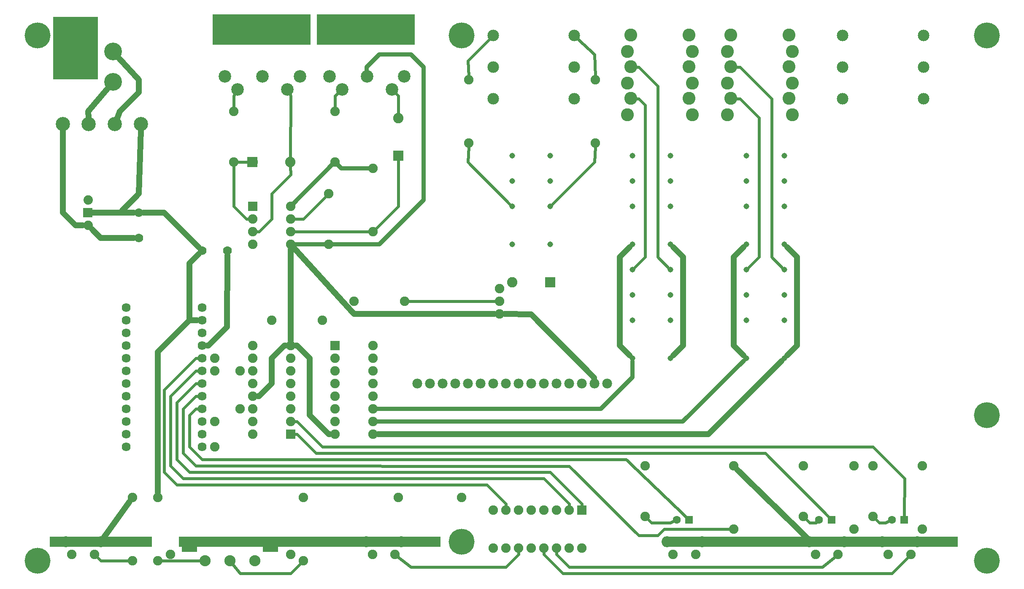
<source format=gbl>
G04 MADE WITH FRITZING*
G04 WWW.FRITZING.ORG*
G04 DOUBLE SIDED*
G04 HOLES PLATED*
G04 CONTOUR ON CENTER OF CONTOUR VECTOR*
%ASAXBY*%
%FSLAX23Y23*%
%MOIN*%
%OFA0B0*%
%SFA1.0B1.0*%
%ADD10C,0.075000*%
%ADD11C,0.039370*%
%ADD12C,0.070361*%
%ADD13C,0.078000*%
%ADD14C,0.112000*%
%ADD15C,0.074000*%
%ADD16C,0.070000*%
%ADD17C,0.204725*%
%ADD18C,0.082000*%
%ADD19C,0.102362*%
%ADD20C,0.091417*%
%ADD21C,0.045000*%
%ADD22C,0.140000*%
%ADD23C,0.099060*%
%ADD24C,0.087000*%
%ADD25C,0.088000*%
%ADD26C,0.123000*%
%ADD27C,0.062992*%
%ADD28R,2.322830X0.078740*%
%ADD29R,2.066670X0.078740*%
%ADD30R,0.805556X0.078740*%
%ADD31R,0.075000X0.075000*%
%ADD32R,0.355556X0.494444*%
%ADD33R,0.777952X0.244488*%
%ADD34R,0.777778X0.244444*%
%ADD35R,0.082000X0.082000*%
%ADD36R,0.123000X0.123000*%
%ADD37R,0.062992X0.062992*%
%ADD38C,0.024000*%
%ADD39C,0.048000*%
%ADD40C,0.032000*%
%ADD41R,0.001000X0.001000*%
%LNCOPPER0*%
G90*
G70*
G54D10*
X1573Y1690D03*
X1773Y1690D03*
X1573Y1790D03*
X1773Y1390D03*
X1573Y1090D03*
X1223Y240D03*
X1573Y1290D03*
X2173Y240D03*
G54D11*
X2623Y340D03*
G54D10*
X4473Y590D03*
X4473Y290D03*
X4373Y590D03*
X4373Y290D03*
X4273Y590D03*
X4273Y290D03*
X4173Y590D03*
X4173Y290D03*
X4073Y590D03*
X4073Y290D03*
X3973Y590D03*
X3973Y290D03*
X3873Y590D03*
X3873Y290D03*
X3773Y590D03*
X3773Y290D03*
X2023Y2090D03*
X2423Y2090D03*
G54D12*
X873Y2190D03*
X873Y2090D03*
X873Y1990D03*
X873Y1890D03*
X873Y1790D03*
X873Y1690D03*
X873Y1590D03*
X873Y1490D03*
X873Y1390D03*
X873Y1290D03*
X873Y1190D03*
X873Y1090D03*
X1473Y2190D03*
X1473Y2090D03*
X1473Y1990D03*
X1473Y1890D03*
X1473Y1790D03*
X1473Y1690D03*
X1473Y1590D03*
X1473Y1490D03*
X1473Y1390D03*
X1473Y1290D03*
X1473Y1190D03*
X1473Y1090D03*
G54D13*
X4475Y1590D03*
X4375Y1590D03*
X4275Y1590D03*
X4175Y1590D03*
X4075Y1590D03*
X3975Y1590D03*
X3875Y1590D03*
X3775Y1590D03*
X3675Y1590D03*
X3575Y1590D03*
X3475Y1590D03*
X3375Y1590D03*
X3275Y1590D03*
X3175Y1590D03*
X4675Y1590D03*
X4575Y1590D03*
G54D10*
X2173Y1190D03*
X1873Y1190D03*
X2173Y1290D03*
X1873Y1290D03*
X2173Y1390D03*
X1873Y1390D03*
X2173Y1490D03*
X1873Y1490D03*
X2173Y1590D03*
X1873Y1590D03*
X2173Y1690D03*
X1873Y1690D03*
X2173Y1790D03*
X1873Y1790D03*
X2173Y1890D03*
X1873Y1890D03*
X2523Y1890D03*
X2823Y1890D03*
X2523Y1790D03*
X2823Y1790D03*
X2523Y1690D03*
X2823Y1690D03*
X2523Y1590D03*
X2823Y1590D03*
X2523Y1490D03*
X2823Y1490D03*
X2523Y1390D03*
X2823Y1390D03*
X2523Y1290D03*
X2823Y1290D03*
X2523Y1190D03*
X2823Y1190D03*
X6623Y940D03*
X6623Y440D03*
G54D14*
X373Y3640D03*
X579Y3640D03*
X785Y3640D03*
X991Y3640D03*
G54D15*
X573Y2840D03*
X573Y2940D03*
X573Y3040D03*
G54D16*
X1473Y2640D03*
X1673Y2640D03*
X973Y2940D03*
X973Y2740D03*
G54D17*
X3523Y4340D03*
G54D18*
X3023Y3390D03*
X3023Y3688D03*
G54D19*
X4860Y4343D03*
X4860Y4093D03*
X4860Y3843D03*
X5321Y4343D03*
X5321Y4093D03*
X5321Y3843D03*
X4833Y4215D03*
X4833Y3965D03*
X4833Y3715D03*
X5348Y4215D03*
X5348Y3965D03*
X5348Y3715D03*
G54D20*
X3773Y4340D03*
X4413Y4340D03*
X3773Y4090D03*
X4413Y4090D03*
X3773Y3840D03*
X4413Y3840D03*
G54D21*
X5173Y2990D03*
X4873Y3390D03*
X4873Y3190D03*
X4873Y2990D03*
X4873Y2690D03*
X5173Y2690D03*
X5173Y3190D03*
X5173Y3390D03*
X5173Y2090D03*
X4873Y2490D03*
X4873Y2290D03*
X4873Y2090D03*
X4873Y1790D03*
X5173Y1790D03*
X5173Y2290D03*
X5173Y2490D03*
X4223Y2990D03*
X3923Y3390D03*
X3923Y3190D03*
X3923Y2990D03*
X3923Y2690D03*
X4223Y2690D03*
X4223Y3190D03*
X4223Y3390D03*
G54D10*
X1723Y3740D03*
X1723Y3340D03*
G54D18*
X1873Y3340D03*
X2171Y3340D03*
G54D10*
X2823Y3290D03*
X2823Y2790D03*
X2473Y2690D03*
X2473Y3090D03*
X2523Y3740D03*
X2523Y3340D03*
G54D22*
X770Y3973D03*
X770Y4213D03*
X580Y4093D03*
G54D10*
X1873Y2990D03*
X2173Y2990D03*
X1873Y2890D03*
X2173Y2890D03*
X1873Y2790D03*
X2173Y2790D03*
X1873Y2690D03*
X2173Y2690D03*
G54D23*
X3072Y4017D03*
X2973Y3915D03*
X2777Y4017D03*
X2580Y3915D03*
X2481Y4017D03*
X2973Y4422D03*
X2580Y4422D03*
X2247Y4017D03*
X2148Y3915D03*
X1952Y4017D03*
X1755Y3915D03*
X1656Y4017D03*
X2148Y4422D03*
X1755Y4422D03*
G54D10*
X3581Y3490D03*
X3581Y3990D03*
X4581Y3490D03*
X4581Y3990D03*
X3823Y2340D03*
X3823Y2240D03*
X3823Y2140D03*
X2673Y2240D03*
X3073Y2240D03*
G54D18*
X4223Y2390D03*
X3925Y2390D03*
G54D17*
X173Y4340D03*
X173Y190D03*
X7673Y190D03*
X7673Y1340D03*
X7673Y4340D03*
G54D19*
X5651Y4343D03*
X5651Y4093D03*
X5651Y3843D03*
X6112Y4343D03*
X6112Y4093D03*
X6112Y3843D03*
X5623Y4215D03*
X5623Y3965D03*
X5623Y3715D03*
X6139Y4215D03*
X6139Y3965D03*
X6139Y3715D03*
G54D20*
X6534Y4340D03*
X7173Y4340D03*
X6534Y4090D03*
X7173Y4090D03*
X6534Y3840D03*
X7173Y3840D03*
G54D21*
X6073Y2990D03*
X5773Y3390D03*
X5773Y3190D03*
X5773Y2990D03*
X5773Y2690D03*
X6073Y2690D03*
X6073Y3190D03*
X6073Y3390D03*
X6073Y2090D03*
X5773Y2490D03*
X5773Y2290D03*
X5773Y2090D03*
X5773Y1790D03*
X6073Y1790D03*
X6073Y2290D03*
X6073Y2490D03*
G54D17*
X3523Y340D03*
G54D10*
X2998Y240D03*
X2821Y240D03*
G54D24*
X3048Y339D03*
X2772Y339D03*
G54D25*
X1498Y190D03*
X1695Y190D03*
X1892Y190D03*
G54D26*
X1374Y321D03*
X2016Y321D03*
G54D10*
X623Y240D03*
X446Y240D03*
G54D24*
X673Y339D03*
X397Y339D03*
G54D10*
X1123Y190D03*
X1123Y690D03*
X2273Y190D03*
X2273Y690D03*
X3523Y690D03*
X3023Y690D03*
X923Y190D03*
X923Y690D03*
X6498Y240D03*
X6321Y240D03*
G54D24*
X6548Y339D03*
X6272Y339D03*
G54D10*
X7073Y240D03*
X6896Y240D03*
G54D24*
X7123Y339D03*
X6847Y339D03*
G54D27*
X6447Y515D03*
X6348Y515D03*
X7022Y515D03*
X6923Y515D03*
G54D10*
X6773Y940D03*
X6773Y540D03*
X6223Y940D03*
X6223Y540D03*
X7165Y940D03*
X7165Y440D03*
X5373Y240D03*
X5196Y240D03*
G54D24*
X5423Y339D03*
X5147Y339D03*
G54D27*
X5322Y515D03*
X5223Y515D03*
G54D10*
X4973Y940D03*
X4973Y540D03*
X5673Y440D03*
X5673Y940D03*
G54D28*
X6286Y340D03*
G54D29*
X2323Y340D03*
G54D30*
X673Y340D03*
G54D31*
X4473Y590D03*
G54D32*
X473Y4240D03*
G54D33*
X1944Y4388D03*
G54D34*
X2768Y4388D03*
G54D31*
X2173Y1190D03*
X2523Y1890D03*
G54D35*
X3023Y3389D03*
X1872Y3340D03*
G54D31*
X1873Y2990D03*
G54D35*
X4224Y2390D03*
G54D36*
X1374Y321D03*
X2016Y321D03*
G54D37*
X6447Y515D03*
X7022Y515D03*
X5322Y515D03*
G54D38*
X2173Y90D02*
X2253Y170D01*
D02*
X1773Y90D02*
X2173Y90D01*
D02*
X1717Y162D02*
X1773Y90D01*
G54D39*
D02*
X698Y374D02*
X900Y658D01*
D02*
X6251Y374D02*
X5702Y912D01*
G54D38*
D02*
X2323Y340D02*
X2605Y340D01*
G54D39*
D02*
X4572Y1638D02*
X4075Y2138D01*
D02*
X4075Y2138D02*
X3863Y2140D01*
D02*
X4572Y1631D02*
X4572Y1638D01*
G54D38*
D02*
X6428Y534D02*
X5923Y1040D01*
D02*
X5923Y1040D02*
X2373Y1040D01*
D02*
X2373Y1040D02*
X2223Y1190D01*
D02*
X2223Y1190D02*
X2202Y1190D01*
D02*
X7022Y542D02*
X7023Y840D01*
D02*
X7023Y840D02*
X6773Y1090D01*
D02*
X6773Y1090D02*
X2423Y1090D01*
D02*
X2423Y1090D02*
X2223Y1290D01*
D02*
X2223Y1290D02*
X2202Y1290D01*
G54D40*
D02*
X5754Y1771D02*
X5272Y1290D01*
D02*
X5272Y1290D02*
X2858Y1290D01*
D02*
X4623Y1390D02*
X2858Y1390D01*
D02*
X4875Y1642D02*
X4623Y1390D01*
D02*
X4874Y1763D02*
X4875Y1642D01*
G54D39*
D02*
X1123Y730D02*
X1123Y1840D01*
D02*
X1123Y1840D02*
X1373Y2090D01*
D02*
X1373Y2090D02*
X1433Y2090D01*
D02*
X5273Y2590D02*
X5197Y2667D01*
D02*
X5273Y1890D02*
X5273Y2590D01*
D02*
X5197Y1813D02*
X5273Y1890D01*
D02*
X1175Y2942D02*
X1011Y2940D01*
D02*
X1447Y2667D02*
X1175Y2942D01*
G54D38*
D02*
X7053Y220D02*
X6923Y90D01*
D02*
X4173Y240D02*
X4173Y261D01*
D02*
X4323Y90D02*
X4173Y240D01*
D02*
X6923Y90D02*
X4323Y90D01*
D02*
X4273Y240D02*
X4273Y261D01*
D02*
X4373Y140D02*
X4273Y240D01*
D02*
X6373Y140D02*
X4373Y140D01*
D02*
X6476Y222D02*
X6373Y140D01*
D02*
X3123Y140D02*
X3873Y140D01*
D02*
X3873Y140D02*
X3973Y240D01*
D02*
X3021Y222D02*
X3123Y140D01*
D02*
X3973Y240D02*
X3973Y261D01*
D02*
X1473Y990D02*
X1373Y1090D01*
D02*
X1373Y1090D02*
X1373Y1340D01*
D02*
X4823Y990D02*
X1473Y990D01*
D02*
X1423Y1390D02*
X1445Y1390D01*
D02*
X1373Y1340D02*
X1423Y1390D01*
D02*
X5302Y534D02*
X4823Y990D01*
D02*
X1152Y190D02*
X1463Y190D01*
D02*
X3573Y4140D02*
X3580Y4019D01*
D02*
X3745Y4312D02*
X3573Y4140D01*
D02*
X4573Y4190D02*
X4580Y4019D01*
D02*
X4442Y4313D02*
X4573Y4190D01*
D02*
X4473Y640D02*
X4473Y619D01*
D02*
X1273Y990D02*
X1373Y890D01*
D02*
X1423Y1590D02*
X1273Y1440D01*
D02*
X1273Y1440D02*
X1273Y990D01*
D02*
X1373Y890D02*
X4223Y890D01*
D02*
X4223Y890D02*
X4473Y640D01*
D02*
X1445Y1590D02*
X1423Y1590D01*
D02*
X1223Y940D02*
X1323Y840D01*
D02*
X1423Y1690D02*
X1223Y1490D01*
D02*
X1223Y1490D02*
X1223Y940D01*
D02*
X1323Y840D02*
X4173Y840D01*
D02*
X4173Y840D02*
X4373Y640D01*
D02*
X4373Y640D02*
X4373Y619D01*
D02*
X1445Y1690D02*
X1423Y1690D01*
D02*
X3723Y790D02*
X3873Y640D01*
D02*
X3873Y640D02*
X3873Y619D01*
D02*
X1273Y790D02*
X3723Y790D01*
D02*
X1173Y890D02*
X1273Y790D01*
D02*
X1173Y1540D02*
X1173Y890D01*
D02*
X1423Y1790D02*
X1173Y1540D01*
D02*
X1445Y1790D02*
X1423Y1790D01*
D02*
X5073Y390D02*
X5123Y440D01*
D02*
X5123Y440D02*
X5645Y440D01*
D02*
X4923Y390D02*
X5073Y390D01*
D02*
X4375Y938D02*
X4923Y390D01*
D02*
X1423Y940D02*
X4375Y938D01*
D02*
X1323Y1040D02*
X1423Y940D01*
D02*
X1323Y1390D02*
X1323Y1040D01*
D02*
X1423Y1490D02*
X1323Y1390D01*
D02*
X1445Y1490D02*
X1423Y1490D01*
G54D39*
D02*
X672Y2742D02*
X936Y2740D01*
D02*
X603Y2810D02*
X672Y2742D01*
D02*
X1373Y2090D02*
X1433Y2090D01*
D02*
X1375Y2542D02*
X1373Y2090D01*
D02*
X1447Y2614D02*
X1375Y2542D01*
D02*
X1523Y1890D02*
X1514Y1890D01*
D02*
X1672Y2038D02*
X1523Y1890D01*
D02*
X1673Y2603D02*
X1672Y2038D01*
D02*
X2673Y2140D02*
X2200Y2661D01*
D02*
X3784Y2140D02*
X2673Y2140D01*
D02*
X2173Y1930D02*
X2173Y2650D01*
D02*
X2023Y1590D02*
X1923Y1490D01*
D02*
X2023Y1790D02*
X2023Y1590D01*
D02*
X1923Y1490D02*
X1913Y1490D01*
D02*
X2123Y1890D02*
X2023Y1790D01*
D02*
X2134Y1890D02*
X2123Y1890D01*
D02*
X2323Y1340D02*
X2323Y1790D01*
D02*
X2323Y1790D02*
X2223Y1890D01*
D02*
X2223Y1890D02*
X2213Y1890D01*
D02*
X2473Y1190D02*
X2323Y1340D01*
D02*
X2484Y1190D02*
X2473Y1190D01*
D02*
X5475Y1190D02*
X6050Y1767D01*
D02*
X2863Y1190D02*
X5475Y1190D01*
G54D38*
D02*
X1823Y2890D02*
X1845Y2890D01*
D02*
X1723Y2990D02*
X1823Y2890D01*
D02*
X1723Y3311D02*
X1723Y2990D01*
D02*
X3102Y2240D02*
X3795Y2240D01*
D02*
X3573Y3340D02*
X3908Y3005D01*
D02*
X3580Y3462D02*
X3573Y3340D01*
D02*
X4573Y3340D02*
X4580Y3462D01*
D02*
X4239Y3005D02*
X4573Y3340D01*
G54D39*
D02*
X973Y3990D02*
X818Y4160D01*
D02*
X973Y3890D02*
X973Y3990D01*
D02*
X823Y3739D02*
X973Y3890D01*
D02*
X804Y3687D02*
X823Y3739D01*
D02*
X575Y3739D02*
X724Y3918D01*
D02*
X577Y3690D02*
X575Y3739D01*
D02*
X615Y2940D02*
X936Y2940D01*
D02*
X6097Y1813D02*
X6173Y1890D01*
D02*
X6173Y1890D02*
X6173Y2590D01*
D02*
X473Y2840D02*
X532Y2840D01*
D02*
X373Y2940D02*
X473Y2840D01*
D02*
X373Y3590D02*
X373Y2940D01*
D02*
X6173Y2590D02*
X6097Y2667D01*
D02*
X827Y2942D02*
X615Y2940D01*
D02*
X975Y3090D02*
X827Y2942D01*
D02*
X990Y3590D02*
X975Y3090D01*
G54D38*
D02*
X2173Y3240D02*
X2172Y3308D01*
D02*
X2023Y3090D02*
X2173Y3240D01*
D02*
X2023Y2890D02*
X2023Y3090D01*
D02*
X1923Y2790D02*
X2023Y2890D01*
D02*
X1902Y2790D02*
X1923Y2790D01*
G54D40*
D02*
X2439Y2690D02*
X2208Y2690D01*
D02*
X2873Y2690D02*
X2508Y2690D01*
D02*
X3223Y3040D02*
X2873Y2690D01*
D02*
X3223Y4090D02*
X3223Y3040D01*
D02*
X2875Y4190D02*
X3123Y4190D01*
D02*
X2773Y4090D02*
X2875Y4190D01*
D02*
X3123Y4190D02*
X3223Y4090D01*
D02*
X2775Y4063D02*
X2773Y4090D01*
G54D38*
D02*
X2273Y2890D02*
X2453Y3070D01*
D02*
X2202Y2890D02*
X2273Y2890D01*
D02*
X2202Y2790D02*
X2795Y2790D01*
D02*
X3023Y2990D02*
X3023Y3358D01*
D02*
X2844Y2810D02*
X3023Y2990D01*
D02*
X3023Y3864D02*
X3002Y3886D01*
D02*
X3023Y3720D02*
X3023Y3864D01*
G54D39*
D02*
X4773Y1890D02*
X4773Y2590D01*
D02*
X4773Y2590D02*
X4850Y2667D01*
D02*
X4850Y1813D02*
X4773Y1890D01*
G54D38*
D02*
X1723Y3864D02*
X1734Y3880D01*
D02*
X1723Y3769D02*
X1723Y3864D01*
D02*
X2175Y3864D02*
X2167Y3879D01*
D02*
X2172Y3372D02*
X2175Y3864D01*
D02*
X2523Y3864D02*
X2550Y3888D01*
D02*
X2523Y3769D02*
X2523Y3864D01*
G54D40*
D02*
X2499Y3316D02*
X2198Y3014D01*
D02*
X2573Y3290D02*
X2789Y3290D01*
D02*
X2548Y3316D02*
X2573Y3290D01*
G54D38*
D02*
X4975Y3790D02*
X4973Y2590D01*
D02*
X4973Y2590D02*
X4889Y2505D01*
D02*
X4923Y3841D02*
X4975Y3790D01*
D02*
X4903Y3842D02*
X4923Y3841D01*
D02*
X5075Y3939D02*
X5073Y2590D01*
D02*
X5073Y2590D02*
X5158Y2505D01*
D02*
X4923Y4090D02*
X5075Y3939D01*
D02*
X4903Y4091D02*
X4923Y4090D01*
D02*
X1841Y3340D02*
X1752Y3340D01*
G54D39*
D02*
X5673Y1890D02*
X5673Y2590D01*
D02*
X5673Y2590D02*
X5750Y2667D01*
D02*
X5750Y1813D02*
X5673Y1890D01*
G54D38*
D02*
X5723Y3839D02*
X5694Y3841D01*
D02*
X5875Y3690D02*
X5723Y3839D01*
D02*
X5873Y2590D02*
X5875Y3690D01*
D02*
X5789Y2505D02*
X5873Y2590D01*
D02*
X5723Y4090D02*
X5694Y4091D01*
D02*
X5975Y3839D02*
X5723Y4090D01*
D02*
X5973Y2590D02*
X5975Y3839D01*
D02*
X6058Y2505D02*
X5973Y2590D01*
D02*
X673Y190D02*
X895Y190D01*
D02*
X644Y220D02*
X673Y190D01*
D02*
X6275Y490D02*
X6244Y520D01*
D02*
X6323Y490D02*
X6275Y490D01*
D02*
X6330Y496D02*
X6323Y490D01*
D02*
X6823Y490D02*
X6794Y520D01*
D02*
X6873Y490D02*
X6823Y490D01*
D02*
X6899Y503D02*
X6873Y490D01*
D02*
X5023Y490D02*
X4994Y520D01*
D02*
X5173Y490D02*
X5023Y490D01*
D02*
X5199Y503D02*
X5173Y490D01*
G54D41*
X536Y2977D02*
X609Y2977D01*
X536Y2976D02*
X609Y2976D01*
X536Y2975D02*
X609Y2975D01*
X536Y2974D02*
X609Y2974D01*
X536Y2973D02*
X609Y2973D01*
X536Y2972D02*
X609Y2972D01*
X536Y2971D02*
X609Y2971D01*
X536Y2970D02*
X609Y2970D01*
X536Y2969D02*
X609Y2969D01*
X536Y2968D02*
X609Y2968D01*
X536Y2967D02*
X609Y2967D01*
X536Y2966D02*
X609Y2966D01*
X536Y2965D02*
X609Y2965D01*
X536Y2964D02*
X609Y2964D01*
X536Y2963D02*
X609Y2963D01*
X536Y2962D02*
X609Y2962D01*
X536Y2961D02*
X609Y2961D01*
X536Y2960D02*
X570Y2960D01*
X576Y2960D02*
X609Y2960D01*
X536Y2959D02*
X566Y2959D01*
X580Y2959D02*
X609Y2959D01*
X536Y2958D02*
X563Y2958D01*
X582Y2958D02*
X609Y2958D01*
X536Y2957D02*
X562Y2957D01*
X584Y2957D02*
X609Y2957D01*
X536Y2956D02*
X560Y2956D01*
X586Y2956D02*
X609Y2956D01*
X536Y2955D02*
X559Y2955D01*
X587Y2955D02*
X609Y2955D01*
X536Y2954D02*
X558Y2954D01*
X588Y2954D02*
X609Y2954D01*
X536Y2953D02*
X557Y2953D01*
X589Y2953D02*
X609Y2953D01*
X536Y2952D02*
X556Y2952D01*
X589Y2952D02*
X609Y2952D01*
X536Y2951D02*
X556Y2951D01*
X590Y2951D02*
X609Y2951D01*
X536Y2950D02*
X555Y2950D01*
X591Y2950D02*
X609Y2950D01*
X536Y2949D02*
X555Y2949D01*
X591Y2949D02*
X609Y2949D01*
X536Y2948D02*
X554Y2948D01*
X592Y2948D02*
X609Y2948D01*
X536Y2947D02*
X554Y2947D01*
X592Y2947D02*
X609Y2947D01*
X536Y2946D02*
X554Y2946D01*
X592Y2946D02*
X609Y2946D01*
X536Y2945D02*
X553Y2945D01*
X593Y2945D02*
X609Y2945D01*
X536Y2944D02*
X553Y2944D01*
X593Y2944D02*
X609Y2944D01*
X536Y2943D02*
X553Y2943D01*
X593Y2943D02*
X609Y2943D01*
X536Y2942D02*
X553Y2942D01*
X593Y2942D02*
X609Y2942D01*
X536Y2941D02*
X553Y2941D01*
X593Y2941D02*
X609Y2941D01*
X536Y2940D02*
X553Y2940D01*
X593Y2940D02*
X609Y2940D01*
X536Y2939D02*
X553Y2939D01*
X593Y2939D02*
X609Y2939D01*
X536Y2938D02*
X553Y2938D01*
X593Y2938D02*
X609Y2938D01*
X536Y2937D02*
X553Y2937D01*
X593Y2937D02*
X609Y2937D01*
X536Y2936D02*
X553Y2936D01*
X593Y2936D02*
X609Y2936D01*
X536Y2935D02*
X554Y2935D01*
X592Y2935D02*
X609Y2935D01*
X536Y2934D02*
X554Y2934D01*
X592Y2934D02*
X609Y2934D01*
X536Y2933D02*
X554Y2933D01*
X592Y2933D02*
X609Y2933D01*
X536Y2932D02*
X555Y2932D01*
X591Y2932D02*
X609Y2932D01*
X536Y2931D02*
X555Y2931D01*
X591Y2931D02*
X609Y2931D01*
X536Y2930D02*
X556Y2930D01*
X590Y2930D02*
X609Y2930D01*
X536Y2929D02*
X557Y2929D01*
X589Y2929D02*
X609Y2929D01*
X536Y2928D02*
X557Y2928D01*
X588Y2928D02*
X609Y2928D01*
X536Y2927D02*
X558Y2927D01*
X588Y2927D02*
X609Y2927D01*
X536Y2926D02*
X559Y2926D01*
X587Y2926D02*
X609Y2926D01*
X536Y2925D02*
X561Y2925D01*
X585Y2925D02*
X609Y2925D01*
X536Y2924D02*
X562Y2924D01*
X584Y2924D02*
X609Y2924D01*
X536Y2923D02*
X564Y2923D01*
X582Y2923D02*
X609Y2923D01*
X536Y2922D02*
X566Y2922D01*
X580Y2922D02*
X609Y2922D01*
X536Y2921D02*
X571Y2921D01*
X575Y2921D02*
X609Y2921D01*
X536Y2920D02*
X609Y2920D01*
X536Y2919D02*
X609Y2919D01*
X536Y2918D02*
X609Y2918D01*
X536Y2917D02*
X609Y2917D01*
X536Y2916D02*
X609Y2916D01*
X536Y2915D02*
X609Y2915D01*
X536Y2914D02*
X609Y2914D01*
X536Y2913D02*
X609Y2913D01*
X536Y2912D02*
X609Y2912D01*
X536Y2911D02*
X609Y2911D01*
X536Y2910D02*
X609Y2910D01*
X536Y2909D02*
X609Y2909D01*
X536Y2908D02*
X609Y2908D01*
X536Y2907D02*
X609Y2907D01*
X536Y2906D02*
X609Y2906D01*
X536Y2905D02*
X609Y2905D01*
X536Y2904D02*
X609Y2904D01*
D02*
G04 End of Copper0*
M02*
</source>
